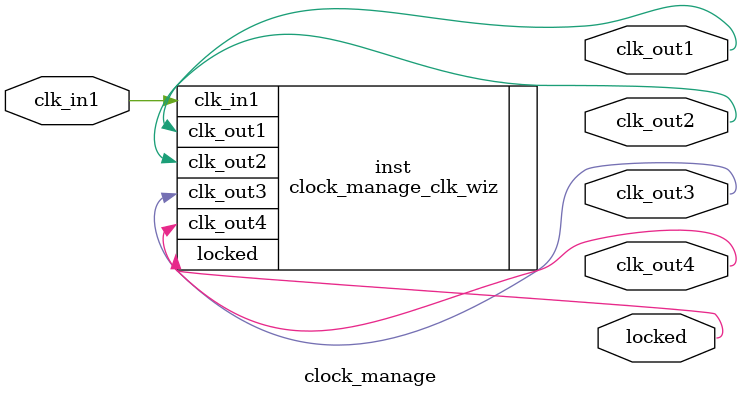
<source format=v>


`timescale 1ps/1ps

(* CORE_GENERATION_INFO = "clock_manage,clk_wiz_v6_0_4_0_0,{component_name=clock_manage,use_phase_alignment=true,use_min_o_jitter=false,use_max_i_jitter=false,use_dyn_phase_shift=false,use_inclk_switchover=false,use_dyn_reconfig=false,enable_axi=0,feedback_source=FDBK_AUTO,PRIMITIVE=MMCM,num_out_clk=4,clkin1_period=20.000,clkin2_period=10.0,use_power_down=false,use_reset=false,use_locked=true,use_inclk_stopped=false,feedback_type=SINGLE,CLOCK_MGR_TYPE=NA,manual_override=false}" *)

module clock_manage 
 (
  // Clock out ports
  output        clk_out1,
  output        clk_out2,
  output        clk_out3,
  output        clk_out4,
  // Status and control signals
  output        locked,
 // Clock in ports
  input         clk_in1
 );

  clock_manage_clk_wiz inst
  (
  // Clock out ports  
  .clk_out1(clk_out1),
  .clk_out2(clk_out2),
  .clk_out3(clk_out3),
  .clk_out4(clk_out4),
  // Status and control signals               
  .locked(locked),
 // Clock in ports
  .clk_in1(clk_in1)
  );

endmodule

</source>
